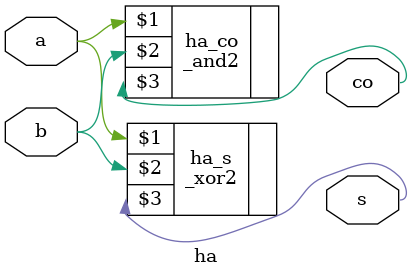
<source format=v>
module ha(a,b,co,s); // half adder design
	input a,b;
	output co,s;
	
_and2 ha_co(a,b,co); //calling and2 logic from gate.v
_xor2 ha_s(a,b,s);   //calling xor2 logic from gate.v

endmodule

</source>
